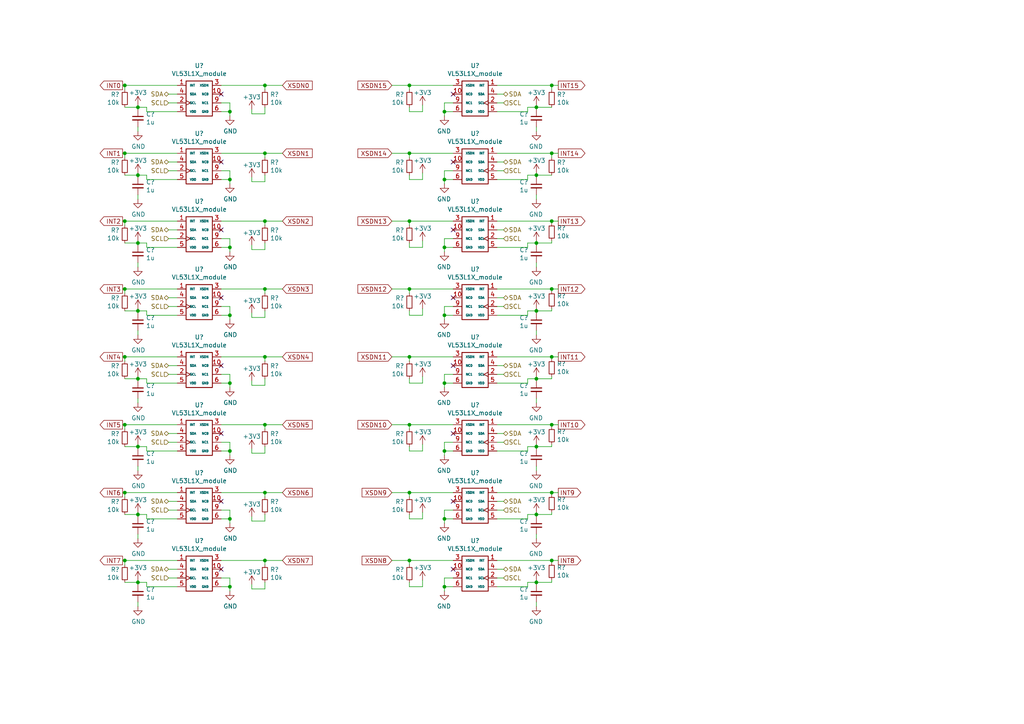
<source format=kicad_sch>
(kicad_sch (version 20230121) (generator eeschema)
  (paper "A4")
  (junction (at 36.195 44.45))
  (junction (at 118.745 162.56))
  (junction (at 40.005 168.91))
  (junction (at 66.675 91.44))
  (junction (at 40.005 31.115))
  (junction (at 66.675 130.81))
  (junction (at 118.745 24.765))
  (junction (at 66.675 111.125))
  (junction (at 36.195 162.56))
  (junction (at 160.02 123.19))
  (junction (at 128.905 32.385))
  (junction (at 40.005 90.17))
  (junction (at 66.675 32.385))
  (junction (at 160.02 64.135))
  (junction (at 76.835 142.875))
  (junction (at 128.905 71.755))
  (junction (at 36.195 123.19))
  (junction (at 155.575 70.485))
  (junction (at 128.905 170.18))
  (junction (at 128.905 150.495))
  (junction (at 118.745 64.135))
  (junction (at 118.745 123.19))
  (junction (at 128.905 111.125))
  (junction (at 66.675 71.755))
  (junction (at 36.195 24.765))
  (junction (at 76.835 103.505))
  (junction (at 66.675 52.07))
  (junction (at 160.02 142.875))
  (junction (at 76.835 123.19))
  (junction (at 76.835 44.45))
  (junction (at 155.575 90.17))
  (junction (at 118.745 103.505))
  (junction (at 118.745 44.45))
  (junction (at 118.745 142.875))
  (junction (at 155.575 168.91))
  (junction (at 155.575 149.225))
  (junction (at 160.02 24.765))
  (junction (at 160.02 103.505))
  (junction (at 160.02 162.56))
  (junction (at 160.02 83.82))
  (junction (at 36.195 103.505))
  (junction (at 118.745 83.82))
  (junction (at 40.005 149.225))
  (junction (at 128.905 91.44))
  (junction (at 128.905 52.07))
  (junction (at 40.005 50.8))
  (junction (at 36.195 83.82))
  (junction (at 36.195 64.135))
  (junction (at 155.575 129.54))
  (junction (at 40.005 70.485))
  (junction (at 155.575 50.8))
  (junction (at 36.195 142.875))
  (junction (at 155.575 31.115))
  (junction (at 66.675 150.495))
  (junction (at 40.005 129.54))
  (junction (at 76.835 24.765))
  (junction (at 155.575 109.855))
  (junction (at 160.02 44.45))
  (junction (at 76.835 64.135))
  (junction (at 128.905 130.81))
  (junction (at 66.675 170.18))
  (junction (at 76.835 162.56))
  (junction (at 76.835 83.82))
  (junction (at 40.005 109.855))
  (no_connect (at 131.445 125.73))
  (no_connect (at 131.445 165.1))
  (no_connect (at 64.135 66.675))
  (no_connect (at 64.135 46.99))
  (no_connect (at 131.445 66.675))
  (no_connect (at 131.445 145.415))
  (no_connect (at 131.445 106.045))
  (no_connect (at 64.135 86.36))
  (no_connect (at 131.445 86.36))
  (no_connect (at 64.135 165.1))
  (no_connect (at 64.135 27.305))
  (no_connect (at 64.135 125.73))
  (no_connect (at 64.135 106.045))
  (no_connect (at 64.135 145.415))
  (no_connect (at 131.445 27.305))
  (no_connect (at 131.445 46.99))
  (wire (pts (xy 51.435 88.9) (xy 48.895 88.9)))
  (wire (pts (xy 66.675 29.845) (xy 66.675 32.385)))
  (wire (pts (xy 118.745 130.81) (xy 122.555 130.81)))
  (wire (pts (xy 48.895 27.305) (xy 51.435 27.305)))
  (wire (pts (xy 131.445 88.9) (xy 128.905 88.9)))
  (wire (pts (xy 155.575 168.91) (xy 155.575 169.545)))
  (wire (pts (xy 118.745 90.17) (xy 118.745 91.44)))
  (wire (pts (xy 64.135 64.135) (xy 76.835 64.135)))
  (wire (pts (xy 40.005 50.8) (xy 42.545 50.8)))
  (wire (pts (xy 48.895 108.585) (xy 51.435 108.585)))
  (wire (pts (xy 48.895 46.99) (xy 51.435 46.99)))
  (wire (pts (xy 64.135 147.955) (xy 66.675 147.955)))
  (wire (pts (xy 76.835 44.45) (xy 81.915 44.45)))
  (wire (pts (xy 144.145 27.305) (xy 146.05 27.305)))
  (wire (pts (xy 40.005 90.17) (xy 40.005 90.805)))
  (wire (pts (xy 144.145 147.955) (xy 146.05 147.955)))
  (wire (pts (xy 122.555 71.755) (xy 122.555 69.85)))
  (wire (pts (xy 131.445 52.07) (xy 128.905 52.07)))
  (wire (pts (xy 128.905 167.64) (xy 128.905 170.18)))
  (wire (pts (xy 40.005 149.225) (xy 42.545 149.225)))
  (wire (pts (xy 131.445 29.845) (xy 128.905 29.845)))
  (wire (pts (xy 144.145 83.82) (xy 160.02 83.82)))
  (wire (pts (xy 64.135 128.27) (xy 66.675 128.27)))
  (wire (pts (xy 35.56 44.45) (xy 36.195 44.45)))
  (wire (pts (xy 66.675 52.07) (xy 66.675 53.34)))
  (wire (pts (xy 35.56 162.56) (xy 36.195 162.56)))
  (wire (pts (xy 131.445 170.18) (xy 128.905 170.18)))
  (wire (pts (xy 40.005 129.54) (xy 40.005 130.175)))
  (wire (pts (xy 128.905 128.27) (xy 128.905 130.81)))
  (wire (pts (xy 144.145 69.215) (xy 146.05 69.215)))
  (wire (pts (xy 160.02 24.765) (xy 161.925 24.765)))
  (wire (pts (xy 131.445 91.44) (xy 128.905 91.44)))
  (wire (pts (xy 153.035 91.44) (xy 144.145 91.44)))
  (wire (pts (xy 155.575 57.785) (xy 155.575 56.515)))
  (wire (pts (xy 64.135 52.07) (xy 66.675 52.07)))
  (wire (pts (xy 36.195 65.405) (xy 36.195 64.135)))
  (wire (pts (xy 76.835 26.035) (xy 76.835 24.765)))
  (wire (pts (xy 160.02 143.51) (xy 160.02 142.875)))
  (wire (pts (xy 118.745 71.755) (xy 122.555 71.755)))
  (wire (pts (xy 76.835 123.19) (xy 81.915 123.19)))
  (wire (pts (xy 155.575 109.855) (xy 153.035 109.855)))
  (wire (pts (xy 155.575 31.115) (xy 155.575 31.75)))
  (wire (pts (xy 155.575 129.54) (xy 153.035 129.54)))
  (wire (pts (xy 73.025 92.075) (xy 76.835 92.075)))
  (wire (pts (xy 36.195 83.82) (xy 35.56 83.82)))
  (wire (pts (xy 160.02 142.875) (xy 144.145 142.875)))
  (wire (pts (xy 131.445 83.82) (xy 118.745 83.82)))
  (wire (pts (xy 128.905 170.18) (xy 128.905 171.45)))
  (wire (pts (xy 146.05 145.415) (xy 144.145 145.415)))
  (wire (pts (xy 36.195 70.485) (xy 40.005 70.485)))
  (wire (pts (xy 118.745 103.505) (xy 113.665 103.505)))
  (wire (pts (xy 42.545 168.91) (xy 42.545 170.18)))
  (wire (pts (xy 73.025 90.805) (xy 73.025 92.075)))
  (wire (pts (xy 64.135 130.81) (xy 66.675 130.81)))
  (wire (pts (xy 36.195 142.875) (xy 51.435 142.875)))
  (wire (pts (xy 36.195 45.72) (xy 36.195 44.45)))
  (wire (pts (xy 42.545 90.17) (xy 42.545 91.44)))
  (wire (pts (xy 155.575 149.225) (xy 153.035 149.225)))
  (wire (pts (xy 48.895 49.53) (xy 51.435 49.53)))
  (wire (pts (xy 128.905 32.385) (xy 128.905 33.655)))
  (wire (pts (xy 160.02 64.135) (xy 144.145 64.135)))
  (wire (pts (xy 40.005 109.855) (xy 40.005 110.49)))
  (wire (pts (xy 42.545 170.18) (xy 51.435 170.18)))
  (wire (pts (xy 40.005 50.8) (xy 40.005 51.435)))
  (wire (pts (xy 66.675 130.81) (xy 66.675 132.08)))
  (wire (pts (xy 131.445 147.955) (xy 128.905 147.955)))
  (wire (pts (xy 155.575 175.895) (xy 155.575 174.625)))
  (wire (pts (xy 51.435 167.64) (xy 48.895 167.64)))
  (wire (pts (xy 40.005 50.165) (xy 40.005 50.8)))
  (wire (pts (xy 66.675 111.125) (xy 66.675 112.395)))
  (wire (pts (xy 155.575 69.85) (xy 155.575 70.485)))
  (wire (pts (xy 40.005 77.47) (xy 40.005 76.2)))
  (wire (pts (xy 153.035 50.8) (xy 153.035 52.07)))
  (wire (pts (xy 153.035 149.225) (xy 153.035 150.495)))
  (wire (pts (xy 153.035 90.17) (xy 153.035 91.44)))
  (wire (pts (xy 64.135 71.755) (xy 66.675 71.755)))
  (wire (pts (xy 51.435 83.82) (xy 36.195 83.82)))
  (wire (pts (xy 146.05 125.73) (xy 144.145 125.73)))
  (wire (pts (xy 64.135 69.215) (xy 66.675 69.215)))
  (wire (pts (xy 131.445 123.19) (xy 118.745 123.19)))
  (wire (pts (xy 160.02 103.505) (xy 144.145 103.505)))
  (wire (pts (xy 128.905 108.585) (xy 128.905 111.125)))
  (wire (pts (xy 146.05 165.1) (xy 144.145 165.1)))
  (wire (pts (xy 155.575 149.225) (xy 155.575 149.86)))
  (wire (pts (xy 118.745 91.44) (xy 122.555 91.44)))
  (wire (pts (xy 144.145 49.53) (xy 146.05 49.53)))
  (wire (pts (xy 36.195 144.145) (xy 36.195 142.875)))
  (wire (pts (xy 40.005 168.91) (xy 40.005 169.545)))
  (wire (pts (xy 76.835 162.56) (xy 76.835 163.83)))
  (wire (pts (xy 131.445 103.505) (xy 118.745 103.505)))
  (wire (pts (xy 73.025 110.49) (xy 73.025 111.76)))
  (wire (pts (xy 153.035 109.855) (xy 153.035 111.125)))
  (wire (pts (xy 155.575 116.84) (xy 155.575 115.57)))
  (wire (pts (xy 66.675 49.53) (xy 66.675 52.07)))
  (wire (pts (xy 131.445 130.81) (xy 128.905 130.81)))
  (wire (pts (xy 155.575 90.17) (xy 160.02 90.17)))
  (wire (pts (xy 144.145 123.19) (xy 160.02 123.19)))
  (wire (pts (xy 155.575 109.22) (xy 155.575 109.855)))
  (wire (pts (xy 155.575 90.17) (xy 153.035 90.17)))
  (wire (pts (xy 118.745 129.54) (xy 118.745 130.81)))
  (wire (pts (xy 128.905 147.955) (xy 128.905 150.495)))
  (wire (pts (xy 40.005 90.17) (xy 42.545 90.17)))
  (wire (pts (xy 118.745 149.225) (xy 118.745 150.495)))
  (wire (pts (xy 36.195 103.505) (xy 51.435 103.505)))
  (wire (pts (xy 66.675 170.18) (xy 66.675 171.45)))
  (wire (pts (xy 155.575 97.155) (xy 155.575 95.885)))
  (wire (pts (xy 42.545 50.8) (xy 42.545 52.07)))
  (wire (pts (xy 42.545 52.07) (xy 51.435 52.07)))
  (wire (pts (xy 73.025 169.545) (xy 73.025 170.815)))
  (wire (pts (xy 51.435 106.045) (xy 48.895 106.045)))
  (wire (pts (xy 155.575 109.855) (xy 160.02 109.855)))
  (wire (pts (xy 73.025 111.76) (xy 76.835 111.76)))
  (wire (pts (xy 42.545 71.755) (xy 51.435 71.755)))
  (wire (pts (xy 118.745 142.875) (xy 113.665 142.875)))
  (wire (pts (xy 155.575 168.275) (xy 155.575 168.91)))
  (wire (pts (xy 128.905 88.9) (xy 128.905 91.44)))
  (wire (pts (xy 128.905 71.755) (xy 128.905 73.025)))
  (wire (pts (xy 42.545 31.115) (xy 42.545 32.385)))
  (wire (pts (xy 128.905 91.44) (xy 128.905 92.71)))
  (wire (pts (xy 40.005 129.54) (xy 42.545 129.54)))
  (wire (pts (xy 155.575 50.8) (xy 155.575 51.435)))
  (wire (pts (xy 131.445 49.53) (xy 128.905 49.53)))
  (wire (pts (xy 35.56 123.19) (xy 36.195 123.19)))
  (wire (pts (xy 73.025 170.815) (xy 76.835 170.815)))
  (wire (pts (xy 161.925 103.505) (xy 160.02 103.505)))
  (wire (pts (xy 144.145 167.64) (xy 146.05 167.64)))
  (wire (pts (xy 128.905 130.81) (xy 128.905 132.08)))
  (wire (pts (xy 73.025 130.175) (xy 73.025 131.445)))
  (wire (pts (xy 73.025 51.435) (xy 73.025 52.705)))
  (wire (pts (xy 118.745 83.82) (xy 118.745 85.09)))
  (wire (pts (xy 113.665 24.765) (xy 118.745 24.765)))
  (wire (pts (xy 160.02 123.19) (xy 161.925 123.19)))
  (wire (pts (xy 160.02 109.855) (xy 160.02 109.22)))
  (wire (pts (xy 144.145 128.27) (xy 146.05 128.27)))
  (wire (pts (xy 40.005 38.1) (xy 40.005 36.83)))
  (wire (pts (xy 36.195 168.91) (xy 40.005 168.91)))
  (wire (pts (xy 155.575 50.8) (xy 153.035 50.8)))
  (wire (pts (xy 155.575 109.855) (xy 155.575 110.49)))
  (wire (pts (xy 76.835 151.13) (xy 76.835 149.225)))
  (wire (pts (xy 144.145 24.765) (xy 160.02 24.765)))
  (wire (pts (xy 36.195 162.56) (xy 51.435 162.56)))
  (wire (pts (xy 122.555 111.125) (xy 122.555 109.22)))
  (wire (pts (xy 64.135 24.765) (xy 76.835 24.765)))
  (wire (pts (xy 76.835 142.875) (xy 76.835 144.145)))
  (wire (pts (xy 73.025 131.445) (xy 76.835 131.445)))
  (wire (pts (xy 118.745 83.82) (xy 113.665 83.82)))
  (wire (pts (xy 118.745 162.56) (xy 118.745 163.83)))
  (wire (pts (xy 40.005 116.84) (xy 40.005 115.57)))
  (wire (pts (xy 40.005 148.59) (xy 40.005 149.225)))
  (wire (pts (xy 42.545 129.54) (xy 42.545 130.81)))
  (wire (pts (xy 153.035 150.495) (xy 144.145 150.495)))
  (wire (pts (xy 128.905 69.215) (xy 128.905 71.755)))
  (wire (pts (xy 76.835 170.815) (xy 76.835 168.91)))
  (wire (pts (xy 48.895 128.27) (xy 51.435 128.27)))
  (wire (pts (xy 155.575 50.165) (xy 155.575 50.8)))
  (wire (pts (xy 42.545 149.225) (xy 42.545 150.495)))
  (wire (pts (xy 155.575 168.91) (xy 153.035 168.91)))
  (wire (pts (xy 40.005 168.275) (xy 40.005 168.91)))
  (wire (pts (xy 155.575 90.17) (xy 155.575 90.805)))
  (wire (pts (xy 118.745 32.385) (xy 122.555 32.385)))
  (wire (pts (xy 153.035 71.755) (xy 144.145 71.755)))
  (wire (pts (xy 131.445 44.45) (xy 118.745 44.45)))
  (wire (pts (xy 146.05 86.36) (xy 144.145 86.36)))
  (wire (pts (xy 155.575 168.91) (xy 160.02 168.91)))
  (wire (pts (xy 155.575 38.1) (xy 155.575 36.83)))
  (wire (pts (xy 76.835 111.76) (xy 76.835 109.855)))
  (wire (pts (xy 40.005 168.91) (xy 42.545 168.91)))
  (wire (pts (xy 66.675 150.495) (xy 66.675 151.765)))
  (wire (pts (xy 146.05 46.99) (xy 144.145 46.99)))
  (wire (pts (xy 40.005 97.155) (xy 40.005 95.885)))
  (wire (pts (xy 160.02 163.195) (xy 160.02 162.56)))
  (wire (pts (xy 131.445 69.215) (xy 128.905 69.215)))
  (wire (pts (xy 76.835 33.02) (xy 76.835 31.115)))
  (wire (pts (xy 128.905 111.125) (xy 128.905 112.395)))
  (wire (pts (xy 118.745 64.135) (xy 131.445 64.135)))
  (wire (pts (xy 128.905 49.53) (xy 128.905 52.07)))
  (wire (pts (xy 40.005 31.115) (xy 40.005 31.75)))
  (wire (pts (xy 36.195 123.19) (xy 51.435 123.19)))
  (wire (pts (xy 40.005 149.225) (xy 40.005 149.86)))
  (wire (pts (xy 51.435 147.955) (xy 48.895 147.955)))
  (wire (pts (xy 155.575 89.535) (xy 155.575 90.17)))
  (wire (pts (xy 155.575 129.54) (xy 155.575 130.175)))
  (wire (pts (xy 73.025 52.705) (xy 76.835 52.705)))
  (wire (pts (xy 153.035 168.91) (xy 153.035 170.18)))
  (wire (pts (xy 118.745 52.07) (xy 122.555 52.07)))
  (wire (pts (xy 122.555 150.495) (xy 122.555 148.59)))
  (wire (pts (xy 36.195 85.09) (xy 36.195 83.82)))
  (wire (pts (xy 42.545 111.125) (xy 51.435 111.125)))
  (wire (pts (xy 155.575 156.21) (xy 155.575 154.94)))
  (wire (pts (xy 66.675 88.9) (xy 66.675 91.44)))
  (wire (pts (xy 36.195 109.855) (xy 40.005 109.855)))
  (wire (pts (xy 66.675 128.27) (xy 66.675 130.81)))
  (wire (pts (xy 35.56 142.875) (xy 36.195 142.875)))
  (wire (pts (xy 73.025 31.75) (xy 73.025 33.02)))
  (wire (pts (xy 36.195 24.765) (xy 51.435 24.765)))
  (wire (pts (xy 118.745 44.45) (xy 113.665 44.45)))
  (wire (pts (xy 153.035 32.385) (xy 144.145 32.385)))
  (wire (pts (xy 36.195 129.54) (xy 40.005 129.54)))
  (wire (pts (xy 153.035 52.07) (xy 144.145 52.07)))
  (wire (pts (xy 155.575 70.485) (xy 153.035 70.485)))
  (wire (pts (xy 40.005 70.485) (xy 42.545 70.485)))
  (wire (pts (xy 146.05 29.845) (xy 144.145 29.845)))
  (wire (pts (xy 131.445 142.875) (xy 118.745 142.875)))
  (wire (pts (xy 153.035 129.54) (xy 153.035 130.81)))
  (wire (pts (xy 160.02 123.825) (xy 160.02 123.19)))
  (wire (pts (xy 36.195 64.135) (xy 51.435 64.135)))
  (wire (pts (xy 76.835 64.135) (xy 81.915 64.135)))
  (wire (pts (xy 36.195 90.17) (xy 40.005 90.17)))
  (wire (pts (xy 66.675 108.585) (xy 66.675 111.125)))
  (wire (pts (xy 160.02 26.035) (xy 160.02 24.765)))
  (wire (pts (xy 64.135 170.18) (xy 66.675 170.18)))
  (wire (pts (xy 42.545 130.81) (xy 51.435 130.81)))
  (wire (pts (xy 76.835 64.135) (xy 76.835 65.405)))
  (wire (pts (xy 51.435 29.845) (xy 48.895 29.845)))
  (wire (pts (xy 118.745 64.135) (xy 113.665 64.135)))
  (wire (pts (xy 36.195 124.46) (xy 36.195 123.19)))
  (wire (pts (xy 122.555 170.18) (xy 122.555 168.275)))
  (wire (pts (xy 118.745 170.18) (xy 122.555 170.18)))
  (wire (pts (xy 118.745 162.56) (xy 113.665 162.56)))
  (wire (pts (xy 131.445 162.56) (xy 118.745 162.56)))
  (wire (pts (xy 160.02 70.485) (xy 160.02 69.85)))
  (wire (pts (xy 66.675 147.955) (xy 66.675 150.495)))
  (wire (pts (xy 155.575 30.48) (xy 155.575 31.115)))
  (wire (pts (xy 64.135 44.45) (xy 76.835 44.45)))
  (wire (pts (xy 64.135 142.875) (xy 76.835 142.875)))
  (wire (pts (xy 160.02 129.54) (xy 160.02 128.905)))
  (wire (pts (xy 76.835 72.39) (xy 76.835 70.485)))
  (wire (pts (xy 153.035 130.81) (xy 144.145 130.81)))
  (wire (pts (xy 155.575 148.59) (xy 155.575 149.225)))
  (wire (pts (xy 40.005 30.48) (xy 40.005 31.115)))
  (wire (pts (xy 155.575 129.54) (xy 160.02 129.54)))
  (wire (pts (xy 35.56 24.765) (xy 36.195 24.765)))
  (wire (pts (xy 42.545 70.485) (xy 42.545 71.755)))
  (wire (pts (xy 40.005 109.22) (xy 40.005 109.855)))
  (wire (pts (xy 40.005 128.905) (xy 40.005 129.54)))
  (wire (pts (xy 160.02 104.14) (xy 160.02 103.505)))
  (wire (pts (xy 118.745 111.125) (xy 122.555 111.125)))
  (wire (pts (xy 153.035 31.115) (xy 153.035 32.385)))
  (wire (pts (xy 36.195 31.115) (xy 40.005 31.115)))
  (wire (pts (xy 66.675 167.64) (xy 66.675 170.18)))
  (wire (pts (xy 64.135 49.53) (xy 66.675 49.53)))
  (wire (pts (xy 160.02 44.45) (xy 161.925 44.45)))
  (wire (pts (xy 153.035 111.125) (xy 144.145 111.125)))
  (wire (pts (xy 48.895 145.415) (xy 51.435 145.415)))
  (wire (pts (xy 153.035 170.18) (xy 144.145 170.18)))
  (wire (pts (xy 155.575 70.485) (xy 160.02 70.485)))
  (wire (pts (xy 40.005 31.115) (xy 42.545 31.115)))
  (wire (pts (xy 146.05 88.9) (xy 144.145 88.9)))
  (wire (pts (xy 48.895 165.1) (xy 51.435 165.1)))
  (wire (pts (xy 131.445 32.385) (xy 128.905 32.385)))
  (wire (pts (xy 118.745 150.495) (xy 122.555 150.495)))
  (wire (pts (xy 40.005 156.21) (xy 40.005 154.94)))
  (wire (pts (xy 64.135 29.845) (xy 66.675 29.845)))
  (wire (pts (xy 66.675 69.215) (xy 66.675 71.755)))
  (wire (pts (xy 122.555 91.44) (xy 122.555 89.535)))
  (wire (pts (xy 35.56 64.135) (xy 36.195 64.135)))
  (wire (pts (xy 40.005 69.85) (xy 40.005 70.485)))
  (wire (pts (xy 128.905 52.07) (xy 128.905 53.34)))
  (wire (pts (xy 51.435 69.215) (xy 48.895 69.215)))
  (wire (pts (xy 40.005 89.535) (xy 40.005 90.17)))
  (wire (pts (xy 73.025 72.39) (xy 76.835 72.39)))
  (wire (pts (xy 48.895 66.675) (xy 51.435 66.675)))
  (wire (pts (xy 144.145 44.45) (xy 160.02 44.45)))
  (wire (pts (xy 131.445 71.755) (xy 128.905 71.755)))
  (wire (pts (xy 76.835 52.705) (xy 76.835 50.8)))
  (wire (pts (xy 36.195 104.775) (xy 36.195 103.505)))
  (wire (pts (xy 155.575 70.485) (xy 155.575 71.12)))
  (wire (pts (xy 64.135 88.9) (xy 66.675 88.9)))
  (wire (pts (xy 122.555 130.81) (xy 122.555 128.905)))
  (wire (pts (xy 160.02 162.56) (xy 161.925 162.56)))
  (wire (pts (xy 131.445 108.585) (xy 128.905 108.585)))
  (wire (pts (xy 40.005 70.485) (xy 40.005 71.12)))
  (wire (pts (xy 64.135 83.82) (xy 76.835 83.82)))
  (wire (pts (xy 40.005 57.785) (xy 40.005 56.515)))
  (wire (pts (xy 36.195 44.45) (xy 51.435 44.45)))
  (wire (pts (xy 128.905 29.845) (xy 128.905 32.385)))
  (wire (pts (xy 122.555 32.385) (xy 122.555 30.48)))
  (wire (pts (xy 160.02 84.455) (xy 160.02 83.82)))
  (wire (pts (xy 66.675 71.755) (xy 66.675 73.025)))
  (wire (pts (xy 131.445 150.495) (xy 128.905 150.495)))
  (wire (pts (xy 128.905 150.495) (xy 128.905 151.765)))
  (wire (pts (xy 118.745 70.485) (xy 118.745 71.755)))
  (wire (pts (xy 51.435 125.73) (xy 48.895 125.73)))
  (wire (pts (xy 131.445 24.765) (xy 118.745 24.765)))
  (wire (pts (xy 76.835 162.56) (xy 81.915 162.56)))
  (wire (pts (xy 155.575 128.905) (xy 155.575 129.54)))
  (wire (pts (xy 118.745 168.91) (xy 118.745 170.18)))
  (wire (pts (xy 64.135 150.495) (xy 66.675 150.495)))
  (wire (pts (xy 155.575 77.47) (xy 155.575 76.2)))
  (wire (pts (xy 118.745 103.505) (xy 118.745 104.775)))
  (wire (pts (xy 36.195 50.8) (xy 40.005 50.8)))
  (wire (pts (xy 73.025 33.02) (xy 76.835 33.02)))
  (wire (pts (xy 76.835 92.075) (xy 76.835 90.17)))
  (wire (pts (xy 64.135 108.585) (xy 66.675 108.585)))
  (wire (pts (xy 48.895 86.36) (xy 51.435 86.36)))
  (wire (pts (xy 76.835 83.82) (xy 81.915 83.82)))
  (wire (pts (xy 76.835 142.875) (xy 81.915 142.875)))
  (wire (pts (xy 66.675 32.385) (xy 66.675 33.655)))
  (wire (pts (xy 76.835 103.505) (xy 76.835 104.775)))
  (wire (pts (xy 118.745 65.405) (xy 118.745 64.135)))
  (wire (pts (xy 64.135 103.505) (xy 76.835 103.505)))
  (wire (pts (xy 144.145 162.56) (xy 160.02 162.56)))
  (wire (pts (xy 64.135 123.19) (xy 76.835 123.19)))
  (wire (pts (xy 160.02 45.72) (xy 160.02 44.45)))
  (wire (pts (xy 76.835 103.505) (xy 81.915 103.505)))
  (wire (pts (xy 122.555 52.07) (xy 122.555 50.165)))
  (wire (pts (xy 131.445 111.125) (xy 128.905 111.125)))
  (wire (pts (xy 76.835 123.19) (xy 76.835 124.46)))
  (wire (pts (xy 118.745 123.19) (xy 118.745 124.46)))
  (wire (pts (xy 64.135 167.64) (xy 66.675 167.64)))
  (wire (pts (xy 40.005 109.855) (xy 42.545 109.855)))
  (wire (pts (xy 161.925 64.135) (xy 160.02 64.135)))
  (wire (pts (xy 64.135 91.44) (xy 66.675 91.44)))
  (wire (pts (xy 42.545 32.385) (xy 51.435 32.385)))
  (wire (pts (xy 64.135 32.385) (xy 66.675 32.385)))
  (wire (pts (xy 160.02 83.82) (xy 161.925 83.82)))
  (wire (pts (xy 131.445 128.27) (xy 128.905 128.27)))
  (wire (pts (xy 118.745 44.45) (xy 118.745 45.72)))
  (wire (pts (xy 118.745 123.19) (xy 113.665 123.19)))
  (wire (pts (xy 160.02 64.77) (xy 160.02 64.135)))
  (wire (pts (xy 73.025 151.13) (xy 76.835 151.13)))
  (wire (pts (xy 160.02 31.115) (xy 155.575 31.115)))
  (wire (pts (xy 66.675 91.44) (xy 66.675 92.71)))
  (wire (pts (xy 36.195 26.035) (xy 36.195 24.765)))
  (wire (pts (xy 35.56 103.505) (xy 36.195 103.505)))
  (wire (pts (xy 160.02 168.91) (xy 160.02 168.275)))
  (wire (pts (xy 153.035 70.485) (xy 153.035 71.755)))
  (wire (pts (xy 161.925 142.875) (xy 160.02 142.875)))
  (wire (pts (xy 155.575 149.225) (xy 160.02 149.225)))
  (wire (pts (xy 146.05 66.675) (xy 144.145 66.675)))
  (wire (pts (xy 160.02 50.8) (xy 155.575 50.8)))
  (wire (pts (xy 160.02 90.17) (xy 160.02 89.535)))
  (wire (pts (xy 131.445 167.64) (xy 128.905 167.64)))
  (wire (pts (xy 146.05 106.045) (xy 144.145 106.045)))
  (wire (pts (xy 118.745 50.8) (xy 118.745 52.07)))
  (wire (pts (xy 118.745 31.115) (xy 118.745 32.385)))
  (wire (pts (xy 73.025 71.12) (xy 73.025 72.39)))
  (wire (pts (xy 36.195 163.83) (xy 36.195 162.56)))
  (wire (pts (xy 36.195 149.225) (xy 40.005 149.225)))
  (wire (pts (xy 73.025 149.86) (xy 73.025 151.13)))
  (wire (pts (xy 40.005 136.525) (xy 40.005 135.255)))
  (wire (pts (xy 76.835 131.445) (xy 76.835 129.54)))
  (wire (pts (xy 76.835 24.765) (xy 81.915 24.765)))
  (wire (pts (xy 64.135 111.125) (xy 66.675 111.125)))
  (wire (pts (xy 144.145 108.585) (xy 146.05 108.585)))
  (wire (pts (xy 64.135 162.56) (xy 76.835 162.56)))
  (wire (pts (xy 118.745 142.875) (xy 118.745 144.145)))
  (wire (pts (xy 118.745 24.765) (xy 118.745 26.035)))
  (wire (pts (xy 42.545 150.495) (xy 51.435 150.495)))
  (wire (pts (xy 42.545 91.44) (xy 51.435 91.44)))
  (wire (pts (xy 42.545 109.855) (xy 42.545 111.125)))
  (wire (pts (xy 155.575 136.525) (xy 155.575 135.255)))
  (wire (pts (xy 160.02 149.225) (xy 160.02 148.59)))
  (wire (pts (xy 155.575 31.115) (xy 153.035 31.115)))
  (wire (pts (xy 118.745 109.855) (xy 118.745 111.125)))
  (wire (pts (xy 76.835 83.82) (xy 76.835 85.09)))
  (wire (pts (xy 40.005 175.895) (xy 40.005 174.625)))
  (wire (pts (xy 76.835 45.72) (xy 76.835 44.45)))
  (global_label "INT14" (shape output) (at 161.925 44.45 0) (property "Intersheetrefs" "${INTERSHEET_REFS}" (effects hide)))
  (global_label "XSDN5" (shape input) (at 81.915 123.19 0) (property "Intersheetrefs" "${INTERSHEET_REFS}" (effects hide)))
  (global_label "XSDN0" (shape input) (at 81.915 24.765 0) (property "Intersheetrefs" "${INTERSHEET_REFS}" (effects hide)))
  (global_label "INT7" (shape output) (at 35.56 162.56 180) (property "Intersheetrefs" "${INTERSHEET_REFS}" (effects hide)))
  (global_label "XSDN11" (shape input) (at 113.665 103.505 180) (property "Intersheetrefs" "${INTERSHEET_REFS}" (effects hide)))
  (global_label "XSDN14" (shape input) (at 113.665 44.45 180) (property "Intersheetrefs" "${INTERSHEET_REFS}" (effects hide)))
  (global_label "INT8" (shape output) (at 161.925 162.56 0) (property "Intersheetrefs" "${INTERSHEET_REFS}" (effects hide)))
  (global_label "XSDN10" (shape input) (at 113.665 123.19 180) (property "Intersheetrefs" "${INTERSHEET_REFS}" (effects hide)))
  (global_label "XSDN7" (shape input) (at 81.915 162.56 0) (property "Intersheetrefs" "${INTERSHEET_REFS}" (effects hide)))
  (global_label "INT11" (shape output) (at 161.925 103.505 0) (property "Intersheetrefs" "${INTERSHEET_REFS}" (effects hide)))
  (global_label "INT5" (shape output) (at 35.56 123.19 180) (property "Intersheetrefs" "${INTERSHEET_REFS}" (effects hide)))
  (global_label "XSDN15" (shape input) (at 113.665 24.765 180) (property "Intersheetrefs" "${INTERSHEET_REFS}" (effects hide)))
  (global_label "INT13" (shape output) (at 161.925 64.135 0) (property "Intersheetrefs" "${INTERSHEET_REFS}" (effects hide)))
  (global_label "INT4" (shape output) (at 35.56 103.505 180) (property "Intersheetrefs" "${INTERSHEET_REFS}" (effects hide)))
  (global_label "XSDN13" (shape input) (at 113.665 64.135 180) (property "Intersheetrefs" "${INTERSHEET_REFS}" (effects hide)))
  (global_label "INT3" (shape output) (at 35.56 83.82 180) (property "Intersheetrefs" "${INTERSHEET_REFS}" (effects hide)))
  (global_label "XSDN6" (shape input) (at 81.915 142.875 0) (property "Intersheetrefs" "${INTERSHEET_REFS}" (effects hide)))
  (global_label "INT15" (shape output) (at 161.925 24.765 0) (property "Intersheetrefs" "${INTERSHEET_REFS}" (effects hide)))
  (global_label "INT0" (shape output) (at 35.56 24.765 180) (property "Intersheetrefs" "${INTERSHEET_REFS}" (effects hide)))
  (global_label "XSDN2" (shape input) (at 81.915 64.135 0) (property "Intersheetrefs" "${INTERSHEET_REFS}" (effects hide)))
  (global_label "XSDN9" (shape input) (at 113.665 142.875 180) (property "Intersheetrefs" "${INTERSHEET_REFS}" (effects hide)))
  (global_label "XSDN1" (shape input) (at 81.915 44.45 0) (property "Intersheetrefs" "${INTERSHEET_REFS}" (effects hide)))
  (global_label "INT1" (shape output) (at 35.56 44.45 180) (property "Intersheetrefs" "${INTERSHEET_REFS}" (effects hide)))
  (global_label "XSDN12" (shape input) (at 113.665 83.82 180) (property "Intersheetrefs" "${INTERSHEET_REFS}" (effects hide)))
  (global_label "INT10" (shape output) (at 161.925 123.19 0) (property "Intersheetrefs" "${INTERSHEET_REFS}" (effects hide)))
  (global_label "INT12" (shape output) (at 161.925 83.82 0) (property "Intersheetrefs" "${INTERSHEET_REFS}" (effects hide)))
  (global_label "XSDN4" (shape input) (at 81.915 103.505 0) (property "Intersheetrefs" "${INTERSHEET_REFS}" (effects hide)))
  (global_label "XSDN3" (shape input) (at 81.915 83.82 0) (property "Intersheetrefs" "${INTERSHEET_REFS}" (effects hide)))
  (global_label "INT9" (shape output) (at 161.925 142.875 0) (property "Intersheetrefs" "${INTERSHEET_REFS}" (effects hide)))
  (global_label "XSDN8" (shape input) (at 113.665 162.56 180) (property "Intersheetrefs" "${INTERSHEET_REFS}" (effects hide)))
  (global_label "INT2" (shape output) (at 35.56 64.135 180) (property "Intersheetrefs" "${INTERSHEET_REFS}" (effects hide)))
  (global_label "INT6" (shape output) (at 35.56 142.875 180) (property "Intersheetrefs" "${INTERSHEET_REFS}" (effects hide)))
  (hierarchical_label "SDA" (shape bidirectional) (at 146.05 86.36 0))
  (hierarchical_label "SDA" (shape bidirectional) (at 146.05 27.305 0))
  (hierarchical_label "SDA" (shape bidirectional) (at 48.895 125.73 180))
  (hierarchical_label "SDA" (shape bidirectional) (at 146.05 165.1 0))
  (hierarchical_label "SDA" (shape bidirectional) (at 146.05 46.99 0))
  (hierarchical_label "SCL" (shape input) (at 146.05 49.53 0))
  (hierarchical_label "SCL" (shape input) (at 146.05 29.845 0))
  (hierarchical_label "SCL" (shape input) (at 48.895 29.845 180))
  (hierarchical_label "SCL" (shape input) (at 48.895 49.53 180))
  (hierarchical_label "SCL" (shape input) (at 48.895 108.585 180))
  (hierarchical_label "SDA" (shape bidirectional) (at 146.05 106.045 0))
  (hierarchical_label "SDA" (shape bidirectional) (at 146.05 125.73 0))
  (hierarchical_label "SCL" (shape input) (at 48.895 88.9 180))
  (hierarchical_label "SCL" (shape input) (at 146.05 69.215 0))
  (hierarchical_label "SDA" (shape bidirectional) (at 48.895 86.36 180))
  (hierarchical_label "SDA" (shape bidirectional) (at 48.895 27.305 180))
  (hierarchical_label "SDA" (shape bidirectional) (at 146.05 145.415 0))
  (hierarchical_label "SDA" (shape bidirectional) (at 146.05 66.675 0))
  (hierarchical_label "SCL" (shape input) (at 48.895 128.27 180))
  (hierarchical_label "SCL" (shape input) (at 48.895 147.955 180))
  (hierarchical_label "SCL" (shape input) (at 146.05 147.955 0))
  (hierarchical_label "SCL" (shape input) (at 48.895 69.215 180))
  (hierarchical_label "SDA" (shape bidirectional) (at 48.895 106.045 180))
  (hierarchical_label "SCL" (shape input) (at 48.895 167.64 180))
  (hierarchical_label "SDA" (shape bidirectional) (at 48.895 145.415 180))
  (hierarchical_label "SCL" (shape input) (at 146.05 88.9 0))
  (hierarchical_label "SDA" (shape bidirectional) (at 48.895 46.99 180))
  (hierarchical_label "SDA" (shape bidirectional) (at 48.895 165.1 180))
  (hierarchical_label "SCL" (shape input) (at 146.05 108.585 0))
  (hierarchical_label "SCL" (shape input) (at 146.05 167.64 0))
  (hierarchical_label "SCL" (shape input) (at 146.05 128.27 0))
  (hierarchical_label "SDA" (shape bidirectional) (at 48.895 66.675 180))
  (symbol (lib_id "power:GND") (at 40.005 97.155 0) (unit 1)
    (property "Reference" "#PWR?" (effects hide))
    (property "Value" "GND" (at 40.132 101.5492 0))
  )
  (symbol (lib_id "Device:C_Small") (at 155.575 152.4 0) (mirror y) (unit 1)
    (property "Reference" "C?" (at 153.2382 151.2316 0) (effects (justify left)))
    (property "Value" "1u" (at 153.2382 153.543 0) (effects (justify left)))
    (property "Footprint" "Capacitor_SMD:C_0805_2012Metric_Pad1.18x1.45mm_HandSolder" (effects hide))
  )
  (symbol (lib_id "Device:R_Small") (at 160.02 126.365 0) (unit 1)
    (property "Reference" "R?" (at 161.5186 125.1966 0) (effects (justify left)))
    (property "Value" "10k" (at 161.5186 127.508 0) (effects (justify left)))
    (property "Footprint" "Resistor_SMD:R_0805_2012Metric_Pad1.20x1.40mm_HandSolder" (effects hide))
  )
  (symbol (lib_id "Device:R_Small") (at 118.745 48.26 0) (mirror y) (unit 1)
    (property "Reference" "R?" (at 117.2464 47.0916 0) (effects (justify left)))
    (property "Value" "10k" (at 117.2464 49.403 0) (effects (justify left)))
    (property "Footprint" "Resistor_SMD:R_0805_2012Metric_Pad1.20x1.40mm_HandSolder" (effects hide))
  )
  (symbol (lib_id "Device:R_Small") (at 160.02 86.995 0) (unit 1)
    (property "Reference" "R?" (at 161.5186 85.8266 0) (effects (justify left)))
    (property "Value" "10k" (at 161.5186 88.138 0) (effects (justify left)))
    (property "Footprint" "Resistor_SMD:R_0805_2012Metric_Pad1.20x1.40mm_HandSolder" (effects hide))
  )
  (symbol (lib_id "power:+3.3V") (at 73.025 51.435 0) (unit 1)
    (property "Reference" "#PWR?" (effects hide))
    (property "Value" "+3.3V" (at 73.025 47.8305 0))
  )
  (symbol (lib_id "Device:R_Small") (at 118.745 107.315 0) (mirror y) (unit 1)
    (property "Reference" "R?" (at 117.2464 106.1466 0) (effects (justify left)))
    (property "Value" "10k" (at 117.2464 108.458 0) (effects (justify left)))
    (property "Footprint" "Resistor_SMD:R_0805_2012Metric_Pad1.20x1.40mm_HandSolder" (effects hide))
  )
  (symbol (lib_id "power:+3.3V") (at 155.575 128.905 0) (unit 1)
    (property "Reference" "#PWR?" (effects hide))
    (property "Value" "+3.3V" (at 155.575 125.3005 0))
  )
  (symbol (lib_id "power:GND") (at 128.905 33.655 0) (mirror y) (unit 1)
    (property "Reference" "#PWR?" (effects hide))
    (property "Value" "GND" (at 128.778 38.0492 0))
  )
  (symbol (lib_id "power:GND") (at 128.905 92.71 0) (mirror y) (unit 1)
    (property "Reference" "#PWR?" (effects hide))
    (property "Value" "GND" (at 128.778 97.1042 0))
  )
  (symbol (lib_id "power:+3.3V") (at 122.555 69.85 0) (unit 1)
    (property "Reference" "#PWR?" (effects hide))
    (property "Value" "+3.3V" (at 122.555 66.2455 0))
  )
  (symbol (lib_id "Device:C_Small") (at 40.005 34.29 0) (unit 1)
    (property "Reference" "C?" (at 42.3418 33.1216 0) (effects (justify left)))
    (property "Value" "1u" (at 42.3418 35.433 0) (effects (justify left)))
    (property "Footprint" "Capacitor_SMD:C_0805_2012Metric_Pad1.18x1.45mm_HandSolder" (effects hide))
  )
  (symbol (lib_id "power:GND") (at 40.005 175.895 0) (unit 1)
    (property "Reference" "#PWR?" (effects hide))
    (property "Value" "GND" (at 40.132 180.2892 0))
  )
  (symbol (lib_id "power:GND") (at 40.005 77.47 0) (unit 1)
    (property "Reference" "#PWR?" (effects hide))
    (property "Value" "GND" (at 40.132 81.8642 0))
  )
  (symbol (lib_id "Device:R_Small") (at 36.195 146.685 0) (mirror y) (unit 1)
    (property "Reference" "R?" (at 34.6964 145.5166 0) (effects (justify left)))
    (property "Value" "10k" (at 34.6964 147.828 0) (effects (justify left)))
    (property "Footprint" "Resistor_SMD:R_0805_2012Metric_Pad1.20x1.40mm_HandSolder" (effects hide))
  )
  (symbol (lib_id "power:+3.3V") (at 40.005 128.905 0) (unit 1)
    (property "Reference" "#PWR?" (effects hide))
    (property "Value" "+3.3V" (at 40.005 125.3005 0))
  )
  (symbol (lib_id "power:GND") (at 128.905 171.45 0) (mirror y) (unit 1)
    (property "Reference" "#PWR?" (effects hide))
    (property "Value" "GND" (at 128.778 175.8442 0))
  )
  (symbol (lib_id "Deimos:VL53L1X_module") (at 137.795 67.945 0) (mirror y) (unit 1)
    (property "Reference" "U?" (at 137.795 58.42 0))
    (property "Value" "VL53L1X_module" (at 137.795 60.7314 0))
    (property "Footprint" "Connector_PinHeader_2.54mm:PinHeader_2x05_P2.54mm_Vertical" (effects hide))
  )
  (symbol (lib_id "power:+3.3V") (at 73.025 169.545 0) (unit 1)
    (property "Reference" "#PWR?" (effects hide))
    (property "Value" "+3.3V" (at 73.025 165.9405 0))
  )
  (symbol (lib_id "Device:R_Small") (at 76.835 146.685 0) (unit 1)
    (property "Reference" "R?" (at 78.3336 145.5166 0) (effects (justify left)))
    (property "Value" "10k" (at 78.3336 147.828 0) (effects (justify left)))
    (property "Footprint" "Resistor_SMD:R_0805_2012Metric_Pad1.20x1.40mm_HandSolder" (effects hide))
  )
  (symbol (lib_id "power:GND") (at 40.005 116.84 0) (unit 1)
    (property "Reference" "#PWR?" (effects hide))
    (property "Value" "GND" (at 40.132 121.2342 0))
  )
  (symbol (lib_id "power:+3.3V") (at 155.575 148.59 0) (unit 1)
    (property "Reference" "#PWR?" (effects hide))
    (property "Value" "+3.3V" (at 155.575 144.9855 0))
  )
  (symbol (lib_id "Device:C_Small") (at 155.575 93.345 0) (mirror y) (unit 1)
    (property "Reference" "C?" (at 153.2382 92.1766 0) (effects (justify left)))
    (property "Value" "1u" (at 153.2382 94.488 0) (effects (justify left)))
    (property "Footprint" "Capacitor_SMD:C_0805_2012Metric_Pad1.18x1.45mm_HandSolder" (effects hide))
  )
  (symbol (lib_id "Deimos:VL53L1X_module") (at 137.795 107.315 0) (mirror y) (unit 1)
    (property "Reference" "U?" (at 137.795 97.79 0))
    (property "Value" "VL53L1X_module" (at 137.795 100.1014 0))
    (property "Footprint" "Connector_PinHeader_2.54mm:PinHeader_2x05_P2.54mm_Vertical" (effects hide))
  )
  (symbol (lib_id "power:+3.3V") (at 122.555 50.165 0) (unit 1)
    (property "Reference" "#PWR?" (effects hide))
    (property "Value" "+3.3V" (at 122.555 46.5605 0))
  )
  (symbol (lib_id "power:+3.3V") (at 73.025 110.49 0) (unit 1)
    (property "Reference" "#PWR?" (effects hide))
    (property "Value" "+3.3V" (at 73.025 106.8855 0))
  )
  (symbol (lib_id "power:+3.3V") (at 155.575 168.275 0) (unit 1)
    (property "Reference" "#PWR?" (effects hide))
    (property "Value" "+3.3V" (at 155.575 164.6705 0))
  )
  (symbol (lib_id "Device:C_Small") (at 40.005 132.715 0) (unit 1)
    (property "Reference" "C?" (at 42.3418 131.5466 0) (effects (justify left)))
    (property "Value" "1u" (at 42.3418 133.858 0) (effects (justify left)))
    (property "Footprint" "Capacitor_SMD:C_0805_2012Metric_Pad1.18x1.45mm_HandSolder" (effects hide))
  )
  (symbol (lib_id "Device:R_Small") (at 76.835 87.63 0) (unit 1)
    (property "Reference" "R?" (at 78.3336 86.4616 0) (effects (justify left)))
    (property "Value" "10k" (at 78.3336 88.773 0) (effects (justify left)))
    (property "Footprint" "Resistor_SMD:R_0805_2012Metric_Pad1.20x1.40mm_HandSolder" (effects hide))
  )
  (symbol (lib_id "Device:R_Small") (at 76.835 48.26 0) (unit 1)
    (property "Reference" "R?" (at 78.3336 47.0916 0) (effects (justify left)))
    (property "Value" "10k" (at 78.3336 49.403 0) (effects (justify left)))
    (property "Footprint" "Resistor_SMD:R_0805_2012Metric_Pad1.20x1.40mm_HandSolder" (effects hide))
  )
  (symbol (lib_id "Device:C_Small") (at 155.575 34.29 0) (mirror y) (unit 1)
    (property "Reference" "C?" (at 153.2382 33.1216 0) (effects (justify left)))
    (property "Value" "1u" (at 153.2382 35.433 0) (effects (justify left)))
    (property "Footprint" "Capacitor_SMD:C_0805_2012Metric_Pad1.18x1.45mm_HandSolder" (effects hide))
  )
  (symbol (lib_id "power:GND") (at 40.005 38.1 0) (unit 1)
    (property "Reference" "#PWR?" (effects hide))
    (property "Value" "GND" (at 40.132 42.4942 0))
  )
  (symbol (lib_id "power:+3.3V") (at 40.005 89.535 0) (unit 1)
    (property "Reference" "#PWR?" (effects hide))
    (property "Value" "+3.3V" (at 40.005 85.9305 0))
  )
  (symbol (lib_id "Device:R_Small") (at 76.835 166.37 0) (unit 1)
    (property "Reference" "R?" (at 78.3336 165.2016 0) (effects (justify left)))
    (property "Value" "10k" (at 78.3336 167.513 0) (effects (justify left)))
    (property "Footprint" "Resistor_SMD:R_0805_2012Metric_Pad1.20x1.40mm_HandSolder" (effects hide))
  )
  (symbol (lib_id "power:GND") (at 155.575 136.525 0) (mirror y) (unit 1)
    (property "Reference" "#PWR?" (effects hide))
    (property "Value" "GND" (at 155.448 140.9192 0))
  )
  (symbol (lib_id "power:+3.3V") (at 73.025 130.175 0) (unit 1)
    (property "Reference" "#PWR?" (effects hide))
    (property "Value" "+3.3V" (at 73.025 126.5705 0))
  )
  (symbol (lib_id "power:GND") (at 66.675 33.655 0) (unit 1)
    (property "Reference" "#PWR?" (effects hide))
    (property "Value" "GND" (at 66.802 38.0492 0))
  )
  (symbol (lib_id "Deimos:VL53L1X_module") (at 57.785 127 0) (unit 1)
    (property "Reference" "U?" (at 57.785 117.475 0))
    (property "Value" "VL53L1X_module" (at 57.785 119.7864 0))
    (property "Footprint" "Connector_PinHeader_2.54mm:PinHeader_2x05_P2.54mm_Vertical" (effects hide))
  )
  (symbol (lib_id "power:+3.3V") (at 73.025 71.12 0) (unit 1)
    (property "Reference" "#PWR?" (effects hide))
    (property "Value" "+3.3V" (at 73.025 67.5155 0))
  )
  (symbol (lib_id "Device:R_Small") (at 160.02 106.68 0) (unit 1)
    (property "Reference" "R?" (at 161.5186 105.5116 0) (effects (justify left)))
    (property "Value" "10k" (at 161.5186 107.823 0) (effects (justify left)))
    (property "Footprint" "Resistor_SMD:R_0805_2012Metric_Pad1.20x1.40mm_HandSolder" (effects hide))
  )
  (symbol (lib_id "Device:R_Small") (at 160.02 165.735 0) (unit 1)
    (property "Reference" "R?" (at 161.5186 164.5666 0) (effects (justify left)))
    (property "Value" "10k" (at 161.5186 166.878 0) (effects (justify left)))
    (property "Footprint" "Resistor_SMD:R_0805_2012Metric_Pad1.20x1.40mm_HandSolder" (effects hide))
  )
  (symbol (lib_id "power:GND") (at 155.575 116.84 0) (mirror y) (unit 1)
    (property "Reference" "#PWR?" (effects hide))
    (property "Value" "GND" (at 155.448 121.2342 0))
  )
  (symbol (lib_id "power:GND") (at 66.675 53.34 0) (unit 1)
    (property "Reference" "#PWR?" (effects hide))
    (property "Value" "GND" (at 66.802 57.7342 0))
  )
  (symbol (lib_id "power:+3.3V") (at 155.575 69.85 0) (unit 1)
    (property "Reference" "#PWR?" (effects hide))
    (property "Value" "+3.3V" (at 155.575 66.2455 0))
  )
  (symbol (lib_id "Deimos:VL53L1X_module") (at 137.795 28.575 0) (mirror y) (unit 1)
    (property "Reference" "U?" (at 137.795 19.05 0))
    (property "Value" "VL53L1X_module" (at 137.795 21.3614 0))
    (property "Footprint" "Connector_PinHeader_2.54mm:PinHeader_2x05_P2.54mm_Vertical" (effects hide))
  )
  (symbol (lib_id "Device:R_Small") (at 118.745 28.575 0) (mirror y) (unit 1)
    (property "Reference" "R?" (at 117.2464 27.4066 0) (effects (justify left)))
    (property "Value" "10k" (at 117.2464 29.718 0) (effects (justify left)))
    (property "Footprint" "Resistor_SMD:R_0805_2012Metric_Pad1.20x1.40mm_HandSolder" (effects hide))
  )
  (symbol (lib_id "power:GND") (at 66.675 151.765 0) (unit 1)
    (property "Reference" "#PWR?" (effects hide))
    (property "Value" "GND" (at 66.802 156.1592 0))
  )
  (symbol (lib_id "power:GND") (at 66.675 132.08 0) (unit 1)
    (property "Reference" "#PWR?" (effects hide))
    (property "Value" "GND" (at 66.802 136.4742 0))
  )
  (symbol (lib_id "power:GND") (at 40.005 156.21 0) (unit 1)
    (property "Reference" "#PWR?" (effects hide))
    (property "Value" "GND" (at 40.132 160.6042 0))
  )
  (symbol (lib_id "power:+3.3V") (at 122.555 168.275 0) (unit 1)
    (property "Reference" "#PWR?" (effects hide))
    (property "Value" "+3.3V" (at 122.555 164.6705 0))
  )
  (symbol (lib_id "power:GND") (at 155.575 156.21 0) (mirror y) (unit 1)
    (property "Reference" "#PWR?" (effects hide))
    (property "Value" "GND" (at 155.448 160.6042 0))
  )
  (symbol (lib_id "power:+3.3V") (at 40.005 148.59 0) (unit 1)
    (property "Reference" "#PWR?" (effects hide))
    (property "Value" "+3.3V" (at 40.005 144.9855 0))
  )
  (symbol (lib_id "Device:C_Small") (at 155.575 113.03 0) (mirror y) (unit 1)
    (property "Reference" "C?" (at 153.2382 111.8616 0) (effects (justify left)))
    (property "Value" "1u" (at 153.2382 114.173 0) (effects (justify left)))
    (property "Footprint" "Capacitor_SMD:C_0805_2012Metric_Pad1.18x1.45mm_HandSolder" (effects hide))
  )
  (symbol (lib_id "Device:R_Small") (at 36.195 127 0) (mirror y) (unit 1)
    (property "Reference" "R?" (at 34.6964 125.8316 0) (effects (justify left)))
    (property "Value" "10k" (at 34.6964 128.143 0) (effects (justify left)))
    (property "Footprint" "Resistor_SMD:R_0805_2012Metric_Pad1.20x1.40mm_HandSolder" (effects hide))
  )
  (symbol (lib_id "Device:C_Small") (at 40.005 172.085 0) (unit 1)
    (property "Reference" "C?" (at 42.3418 170.9166 0) (effects (justify left)))
    (property "Value" "1u" (at 42.3418 173.228 0) (effects (justify left)))
    (property "Footprint" "Capacitor_SMD:C_0805_2012Metric_Pad1.18x1.45mm_HandSolder" (effects hide))
  )
  (symbol (lib_id "power:+3.3V") (at 155.575 109.22 0) (unit 1)
    (property "Reference" "#PWR?" (effects hide))
    (property "Value" "+3.3V" (at 155.575 105.6155 0))
  )
  (symbol (lib_id "Device:R_Small") (at 76.835 107.315 0) (unit 1)
    (property "Reference" "R?" (at 78.3336 106.1466 0) (effects (justify left)))
    (property "Value" "10k" (at 78.3336 108.458 0) (effects (justify left)))
    (property "Footprint" "Resistor_SMD:R_0805_2012Metric_Pad1.20x1.40mm_HandSolder" (effects hide))
  )
  (symbol (lib_id "power:+3.3V") (at 73.025 31.75 0) (unit 1)
    (property "Reference" "#PWR?" (effects hide))
    (property "Value" "+3.3V" (at 73.025 28.1455 0))
  )
  (symbol (lib_id "power:+3.3V") (at 122.555 109.22 0) (unit 1)
    (property "Reference" "#PWR?" (effects hide))
    (property "Value" "+3.3V" (at 122.555 105.6155 0))
  )
  (symbol (lib_id "Device:R_Small") (at 160.02 67.31 0) (unit 1)
    (property "Reference" "R?" (at 161.5186 66.1416 0) (effects (justify left)))
    (property "Value" "10k" (at 161.5186 68.453 0) (effects (justify left)))
    (property "Footprint" "Resistor_SMD:R_0805_2012Metric_Pad1.20x1.40mm_HandSolder" (effects hide))
  )
  (symbol (lib_id "Deimos:VL53L1X_module") (at 57.785 166.37 0) (unit 1)
    (property "Reference" "U?" (at 57.785 156.845 0))
    (property "Value" "VL53L1X_module" (at 57.785 159.1564 0))
    (property "Footprint" "Connector_PinHeader_2.54mm:PinHeader_2x05_P2.54mm_Vertical" (effects hide))
  )
  (symbol (lib_id "Device:R_Small") (at 118.745 166.37 0) (mirror y) (unit 1)
    (property "Reference" "R?" (at 117.2464 165.2016 0) (effects (justify left)))
    (property "Value" "10k" (at 117.2464 167.513 0) (effects (justify left)))
    (property "Footprint" "Resistor_SMD:R_0805_2012Metric_Pad1.20x1.40mm_HandSolder" (effects hide))
  )
  (symbol (lib_id "Device:R_Small") (at 76.835 67.945 0) (unit 1)
    (property "Reference" "R?" (at 78.3336 66.7766 0) (effects (justify left)))
    (property "Value" "10k" (at 78.3336 69.088 0) (effects (justify left)))
    (property "Footprint" "Resistor_SMD:R_0805_2012Metric_Pad1.20x1.40mm_HandSolder" (effects hide))
  )
  (symbol (lib_id "power:+3.3V") (at 155.575 30.48 0) (unit 1)
    (property "Reference" "#PWR?" (effects hide))
    (property "Value" "+3.3V" (at 155.575 26.8755 0))
  )
  (symbol (lib_id "Device:R_Small") (at 76.835 28.575 0) (unit 1)
    (property "Reference" "R?" (at 78.3336 27.4066 0) (effects (justify left)))
    (property "Value" "10k" (at 78.3336 29.718 0) (effects (justify left)))
    (property "Footprint" "Resistor_SMD:R_0805_2012Metric_Pad1.20x1.40mm_HandSolder" (effects hide))
  )
  (symbol (lib_id "power:GND") (at 128.905 151.765 0) (mirror y) (unit 1)
    (property "Reference" "#PWR?" (effects hide))
    (property "Value" "GND" (at 128.778 156.1592 0))
  )
  (symbol (lib_id "Deimos:VL53L1X_module") (at 57.785 28.575 0) (unit 1)
    (property "Reference" "U?" (at 57.785 19.05 0))
    (property "Value" "VL53L1X_module" (at 57.785 21.3614 0))
    (property "Footprint" "Connector_PinHeader_2.54mm:PinHeader_2x05_P2.54mm_Vertical" (effects hide))
  )
  (symbol (lib_id "power:+3.3V") (at 40.005 50.165 0) (unit 1)
    (property "Reference" "#PWR?" (effects hide))
    (property "Value" "+3.3V" (at 40.005 46.5605 0))
  )
  (symbol (lib_id "power:+3.3V") (at 155.575 89.535 0) (unit 1)
    (property "Reference" "#PWR?" (effects hide))
    (property "Value" "+3.3V" (at 155.575 85.9305 0))
  )
  (symbol (lib_id "power:+3.3V") (at 122.555 148.59 0) (unit 1)
    (property "Reference" "#PWR?" (effects hide))
    (property "Value" "+3.3V" (at 122.555 144.9855 0))
  )
  (symbol (lib_id "power:GND") (at 66.675 112.395 0) (unit 1)
    (property "Reference" "#PWR?" (effects hide))
    (property "Value" "GND" (at 66.802 116.7892 0))
  )
  (symbol (lib_id "power:GND") (at 155.575 175.895 0) (mirror y) (unit 1)
    (property "Reference" "#PWR?" (effects hide))
    (property "Value" "GND" (at 155.448 180.2892 0))
  )
  (symbol (lib_id "Device:R_Small") (at 160.02 146.05 0) (unit 1)
    (property "Reference" "R?" (at 161.5186 144.8816 0) (effects (justify left)))
    (property "Value" "10k" (at 161.5186 147.193 0) (effects (justify left)))
    (property "Footprint" "Resistor_SMD:R_0805_2012Metric_Pad1.20x1.40mm_HandSolder" (effects hide))
  )
  (symbol (lib_id "Device:C_Small") (at 40.005 113.03 0) (unit 1)
    (property "Reference" "C?" (at 42.3418 111.8616 0) (effects (justify left)))
    (property "Value" "1u" (at 42.3418 114.173 0) (effects (justify left)))
    (property "Footprint" "Capacitor_SMD:C_0805_2012Metric_Pad1.18x1.45mm_HandSolder" (effects hide))
  )
  (symbol (lib_id "Device:C_Small") (at 155.575 132.715 0) (mirror y) (unit 1)
    (property "Reference" "C?" (at 153.2382 131.5466 0) (effects (justify left)))
    (property "Value" "1u" (at 153.2382 133.858 0) (effects (justify left)))
    (property "Footprint" "Capacitor_SMD:C_0805_2012Metric_Pad1.18x1.45mm_HandSolder" (effects hide))
  )
  (symbol (lib_id "power:GND") (at 40.005 57.785 0) (unit 1)
    (property "Reference" "#PWR?" (effects hide))
    (property "Value" "GND" (at 40.132 62.1792 0))
  )
  (symbol (lib_id "Device:R_Small") (at 118.745 127 0) (mirror y) (unit 1)
    (property "Reference" "R?" (at 117.2464 125.8316 0) (effects (justify left)))
    (property "Value" "10k" (at 117.2464 128.143 0) (effects (justify left)))
    (property "Footprint" "Resistor_SMD:R_0805_2012Metric_Pad1.20x1.40mm_HandSolder" (effects hide))
  )
  (symbol (lib_id "power:+3.3V") (at 155.575 50.165 0) (unit 1)
    (property "Reference" "#PWR?" (effects hide))
    (property "Value" "+3.3V" (at 155.575 46.5605 0))
  )
  (symbol (lib_id "power:GND") (at 155.575 97.155 0) (mirror y) (unit 1)
    (property "Reference" "#PWR?" (effects hide))
    (property "Value" "GND" (at 155.448 101.5492 0))
  )
  (symbol (lib_id "Device:C_Small") (at 155.575 53.975 0) (mirror y) (unit 1)
    (property "Reference" "C?" (at 153.2382 52.8066 0) (effects (justify left)))
    (property "Value" "1u" (at 153.2382 55.118 0) (effects (justify left)))
    (property "Footprint" "Capacitor_SMD:C_0805_2012Metric_Pad1.18x1.45mm_HandSolder" (effects hide))
  )
  (symbol (lib_id "Deimos:VL53L1X_module") (at 57.785 48.26 0) (unit 1)
    (property "Reference" "U?" (at 57.785 38.735 0))
    (property "Value" "VL53L1X_module" (at 57.785 41.0464 0))
    (property "Footprint" "Connector_PinHeader_2.54mm:PinHeader_2x05_P2.54mm_Vertical" (effects hide))
  )
  (symbol (lib_id "Device:R_Small") (at 36.195 28.575 0) (mirror y) (unit 1)
    (property "Reference" "R?" (at 34.6964 27.4066 0) (effects (justify left)))
    (property "Value" "10k" (at 34.6964 29.718 0) (effects (justify left)))
    (property "Footprint" "Resistor_SMD:R_0805_2012Metric_Pad1.20x1.40mm_HandSolder" (effects hide))
  )
  (symbol (lib_id "Device:R_Small") (at 160.02 48.26 0) (unit 1)
    (property "Reference" "R?" (at 161.5186 47.0916 0) (effects (justify left)))
    (property "Value" "10k" (at 161.5186 49.403 0) (effects (justify left)))
    (property "Footprint" "Resistor_SMD:R_0805_2012Metric_Pad1.20x1.40mm_HandSolder" (effects hide))
  )
  (symbol (lib_id "Device:R_Small") (at 36.195 67.945 0) (mirror y) (unit 1)
    (property "Reference" "R?" (at 34.6964 66.7766 0) (effects (justify left)))
    (property "Value" "10k" (at 34.6964 69.088 0) (effects (justify left)))
    (property "Footprint" "Resistor_SMD:R_0805_2012Metric_Pad1.20x1.40mm_HandSolder" (effects hide))
  )
  (symbol (lib_id "Deimos:VL53L1X_module") (at 137.795 48.26 0) (mirror y) (unit 1)
    (property "Reference" "U?" (at 137.795 38.735 0))
    (property "Value" "VL53L1X_module" (at 137.795 41.0464 0))
    (property "Footprint" "Connector_PinHeader_2.54mm:PinHeader_2x05_P2.54mm_Vertical" (effects hide))
  )
  (symbol (lib_id "Device:C_Small") (at 40.005 53.975 0) (unit 1)
    (property "Reference" "C?" (at 42.3418 52.8066 0) (effects (justify left)))
    (property "Value" "1u" (at 42.3418 55.118 0) (effects (justify left)))
    (property "Footprint" "Capacitor_SMD:C_0805_2012Metric_Pad1.18x1.45mm_HandSolder" (effects hide))
  )
  (symbol (lib_id "Device:R_Small") (at 118.745 67.945 0) (mirror y) (unit 1)
    (property "Reference" "R?" (at 117.2464 66.7766 0) (effects (justify left)))
    (property "Value" "10k" (at 117.2464 69.088 0) (effects (justify left)))
    (property "Footprint" "Resistor_SMD:R_0805_2012Metric_Pad1.20x1.40mm_HandSolder" (effects hide))
  )
  (symbol (lib_id "power:+3.3V") (at 73.025 149.86 0) (unit 1)
    (property "Reference" "#PWR?" (effects hide))
    (property "Value" "+3.3V" (at 73.025 146.2555 0))
  )
  (symbol (lib_id "power:GND") (at 128.905 112.395 0) (mirror y) (unit 1)
    (property "Reference" "#PWR?" (effects hide))
    (property "Value" "GND" (at 128.778 116.7892 0))
  )
  (symbol (lib_id "Device:R_Small") (at 36.195 48.26 0) (mirror y) (unit 1)
    (property "Reference" "R?" (at 34.6964 47.0916 0) (effects (justify left)))
    (property "Value" "10k" (at 34.6964 49.403 0) (effects (justify left)))
    (property "Footprint" "Resistor_SMD:R_0805_2012Metric_Pad1.20x1.40mm_HandSolder" (effects hide))
  )
  (symbol (lib_id "power:+3.3V") (at 40.005 69.85 0) (unit 1)
    (property "Reference" "#PWR?" (effects hide))
    (property "Value" "+3.3V" (at 40.005 66.2455 0))
  )
  (symbol (lib_id "Device:R_Small") (at 160.02 28.575 0) (unit 1)
    (property "Reference" "R?" (at 161.5186 27.4066 0) (effects (justify left)))
    (property "Value" "10k" (at 161.5186 29.718 0) (effects (justify left)))
    (property "Footprint" "Resistor_SMD:R_0805_2012Metric_Pad1.20x1.40mm_HandSolder" (effects hide))
  )
  (symbol (lib_id "Deimos:VL53L1X_module") (at 137.795 146.685 0) (mirror y) (unit 1)
    (property "Reference" "U?" (at 137.795 137.16 0))
    (property "Value" "VL53L1X_module" (at 137.795 139.4714 0))
    (property "Footprint" "Connector_PinHeader_2.54mm:PinHeader_2x05_P2.54mm_Vertical" (effects hide))
  )
  (symbol (lib_id "Deimos:VL53L1X_module") (at 137.795 127 0) (mirror y) (unit 1)
    (property "Reference" "U?" (at 137.795 117.475 0))
    (property "Value" "VL53L1X_module" (at 137.795 119.7864 0))
    (property "Footprint" "Connector_PinHeader_2.54mm:PinHeader_2x05_P2.54mm_Vertical" (effects hide))
  )
  (symbol (lib_id "power:GND") (at 66.675 171.45 0) (unit 1)
    (property "Reference" "#PWR?" (effects hide))
    (property "Value" "GND" (at 66.802 175.8442 0))
  )
  (symbol (lib_id "Device:C_Small") (at 155.575 73.66 0) (mirror y) (unit 1)
    (property "Reference" "C?" (at 153.2382 72.4916 0) (effects (justify left)))
    (property "Value" "1u" (at 153.2382 74.803 0) (effects (justify left)))
    (property "Footprint" "Capacitor_SMD:C_0805_2012Metric_Pad1.18x1.45mm_HandSolder" (effects hide))
  )
  (symbol (lib_id "power:GND") (at 128.905 132.08 0) (mirror y) (unit 1)
    (property "Reference" "#PWR?" (effects hide))
    (property "Value" "GND" (at 128.778 136.4742 0))
  )
  (symbol (lib_id "power:GND") (at 128.905 73.025 0) (mirror y) (unit 1)
    (property "Reference" "#PWR?" (effects hide))
    (property "Value" "GND" (at 128.778 77.4192 0))
  )
  (symbol (lib_id "power:GND") (at 66.675 92.71 0) (unit 1)
    (property "Reference" "#PWR?" (effects hide))
    (property "Value" "GND" (at 66.802 97.1042 0))
  )
  (symbol (lib_id "Device:R_Small") (at 118.745 87.63 0) (mirror y) (unit 1)
    (property "Reference" "R?" (at 117.2464 86.4616 0) (effects (justify left)))
    (property "Value" "10k" (at 117.2464 88.773 0) (effects (justify left)))
    (property "Footprint" "Resistor_SMD:R_0805_2012Metric_Pad1.20x1.40mm_HandSolder" (effects hide))
  )
  (symbol (lib_id "Deimos:VL53L1X_module") (at 137.795 166.37 0) (mirror y) (unit 1)
    (property "Reference" "U?" (at 137.795 156.845 0))
    (property "Value" "VL53L1X_module" (at 137.795 159.1564 0))
    (property "Footprint" "Connector_PinHeader_2.54mm:PinHeader_2x05_P2.54mm_Vertical" (effects hide))
  )
  (symbol (lib_id "power:+3.3V") (at 73.025 90.805 0) (unit 1)
    (property "Reference" "#PWR?" (effects hide))
    (property "Value" "+3.3V" (at 73.025 87.2005 0))
  )
  (symbol (lib_id "Deimos:VL53L1X_module") (at 57.785 107.315 0) (unit 1)
    (property "Reference" "U?" (at 57.785 97.79 0))
    (property "Value" "VL53L1X_module" (at 57.785 100.1014 0))
    (property "Footprint" "Connector_PinHeader_2.54mm:PinHeader_2x05_P2.54mm_Vertical" (effects hide))
  )
  (symbol (lib_id "Device:R_Small") (at 118.745 146.685 0) (mirror y) (unit 1)
    (property "Reference" "R?" (at 117.2464 145.5166 0) (effects (justify left)))
    (property "Value" "10k" (at 117.2464 147.828 0) (effects (justify left)))
    (property "Footprint" "Resistor_SMD:R_0805_2012Metric_Pad1.20x1.40mm_HandSolder" (effects hide))
  )
  (symbol (lib_id "Device:R_Small") (at 36.195 107.315 0) (mirror y) (unit 1)
    (property "Reference" "R?" (at 34.6964 106.1466 0) (effects (justify left)))
    (property "Value" "10k" (at 34.6964 108.458 0) (effects (justify left)))
    (property "Footprint" "Resistor_SMD:R_0805_2012Metric_Pad1.20x1.40mm_HandSolder" (effects hide))
  )
  (symbol (lib_id "Device:R_Small") (at 76.835 127 0) (unit 1)
    (property "Reference" "R?" (at 78.3336 125.8316 0) (effects (justify left)))
    (property "Value" "10k" (at 78.3336 128.143 0) (effects (justify left)))
    (property "Footprint" "Resistor_SMD:R_0805_2012Metric_Pad1.20x1.40mm_HandSolder" (effects hide))
  )
  (symbol (lib_id "Device:C_Small") (at 40.005 93.345 0) (unit 1)
    (property "Reference" "C?" (at 42.3418 92.1766 0) (effects (justify left)))
    (property "Value" "1u" (at 42.3418 94.488 0) (effects (justify left)))
    (property "Footprint" "Capacitor_SMD:C_0805_2012Metric_Pad1.18x1.45mm_HandSolder" (effects hide))
  )
  (symbol (lib_id "power:GND") (at 128.905 53.34 0) (mirror y) (unit 1)
    (property "Reference" "#PWR?" (effects hide))
    (property "Value" "GND" (at 128.778 57.7342 0))
  )
  (symbol (lib_id "Device:R_Small") (at 36.195 87.63 0) (mirror y) (unit 1)
    (property "Reference" "R?" (at 34.6964 86.4616 0) (effects (justify left)))
    (property "Value" "10k" (at 34.6964 88.773 0) (effects (justify left)))
    (property "Footprint" "Resistor_SMD:R_0805_2012Metric_Pad1.20x1.40mm_HandSolder" (effects hide))
  )
  (symbol (lib_id "power:GND") (at 40.005 136.525 0) (unit 1)
    (property "Reference" "#PWR?" (effects hide))
    (property "Value" "GND" (at 40.132 140.9192 0))
  )
  (symbol (lib_id "Device:C_Small") (at 155.575 172.085 0) (mirror y) (unit 1)
    (property "Reference" "C?" (at 153.2382 170.9166 0) (effects (justify left)))
    (property "Value" "1u" (at 153.2382 173.228 0) (effects (justify left)))
    (property "Footprint" "Capacitor_SMD:C_0805_2012Metric_Pad1.18x1.45mm_HandSolder" (effects hide))
  )
  (symbol (lib_id "Deimos:VL53L1X_module") (at 57.785 67.945 0) (unit 1)
    (property "Reference" "U?" (at 57.785 58.42 0))
    (property "Value" "VL53L1X_module" (at 57.785 60.7314 0))
    (property "Footprint" "Connector_PinHeader_2.54mm:PinHeader_2x05_P2.54mm_Vertical" (effects hide))
  )
  (symbol (lib_id "power:GND") (at 155.575 77.47 0) (mirror y) (unit 1)
    (property "Reference" "#PWR?" (effects hide))
    (property "Value" "GND" (at 155.448 81.8642 0))
  )
  (symbol (lib_id "Device:R_Small") (at 36.195 166.37 0) (mirror y) (unit 1)
    (property "Reference" "R?" (at 34.6964 165.2016 0) (effects (justify left)))
    (property "Value" "10k" (at 34.6964 167.513 0) (effects (justify left)))
    (property "Footprint" "Resistor_SMD:R_0805_2012Metric_Pad1.20x1.40mm_HandSolder" (effects hide))
  )
  (symbol (lib_id "power:GND") (at 155.575 57.785 0) (mirror y) (unit 1)
    (property "Reference" "#PWR?" (effects hide))
    (property "Value" "GND" (at 155.448 62.1792 0))
  )
  (symbol (lib_id "power:+3.3V") (at 40.005 109.22 0) (unit 1)
    (property "Reference" "#PWR?" (effects hide))
    (property "Value" "+3.3V" (at 40.005 105.6155 0))
  )
  (symbol (lib_id "Deimos:VL53L1X_module") (at 57.785 146.685 0) (unit 1)
    (property "Reference" "U?" (at 57.785 137.16 0))
    (property "Value" "VL53L1X_module" (at 57.785 139.4714 0))
    (property "Footprint" "Connector_PinHeader_2.54mm:PinHeader_2x05_P2.54mm_Vertical" (effects hide))
  )
  (symbol (lib_id "Device:C_Small") (at 40.005 152.4 0) (unit 1)
    (property "Reference" "C?" (at 42.3418 151.2316 0) (effects (justify left)))
    (property "Value" "1u" (at 42.3418 153.543 0) (effects (justify left)))
    (property "Footprint" "Capacitor_SMD:C_0805_2012Metric_Pad1.18x1.45mm_HandSolder" (effects hide))
  )
  (symbol (lib_id "power:GND") (at 66.675 73.025 0) (unit 1)
    (property "Reference" "#PWR?" (effects hide))
    (property "Value" "GND" (at 66.802 77.4192 0))
  )
  (symbol (lib_id "power:GND") (at 155.575 38.1 0) (mirror y) (unit 1)
    (property "Reference" "#PWR?" (effects hide))
    (property "Value" "GND" (at 155.448 42.4942 0))
  )
  (symbol (lib_id "power:+3.3V") (at 122.555 30.48 0) (unit 1)
    (property "Reference" "#PWR?" (effects hide))
    (property "Value" "+3.3V" (at 122.555 26.8755 0))
  )
  (symbol (lib_id "power:+3.3V") (at 40.005 168.275 0) (unit 1)
    (property "Reference" "#PWR?" (effects hide))
    (property "Value" "+3.3V" (at 40.005 164.6705 0))
  )
  (symbol (lib_id "power:+3.3V") (at 40.005 30.48 0) (unit 1)
    (property "Reference" "#PWR?" (effects hide))
    (property "Value" "+3.3V" (at 40.005 26.8755 0))
  )
  (symbol (lib_id "Deimos:VL53L1X_module") (at 57.785 87.63 0) (unit 1)
    (property "Reference" "U?" (at 57.785 78.105 0))
    (property "Value" "VL53L1X_module" (at 57.785 80.4164 0))
    (property "Footprint" "Connector_PinHeader_2.54mm:PinHeader_2x05_P2.54mm_Vertical" (effects hide))
  )
  (symbol (lib_id "Deimos:VL53L1X_module") (at 137.795 87.63 0) (mirror y) (unit 1)
    (property "Reference" "U?" (at 137.795 78.105 0))
    (property "Value" "VL53L1X_module" (at 137.795 80.4164 0))
    (property "Footprint" "Connector_PinHeader_2.54mm:PinHeader_2x05_P2.54mm_Vertical" (effects hide))
  )
  (symbol (lib_id "power:+3.3V") (at 122.555 128.905 0) (unit 1)
    (property "Reference" "#PWR?" (effects hide))
    (property "Value" "+3.3V" (at 122.555 125.3005 0))
  )
  (symbol (lib_id "Device:C_Small") (at 40.005 73.66 0) (unit 1)
    (property "Reference" "C?" (at 42.3418 72.4916 0) (effects (justify left)))
    (property "Value" "1u" (at 42.3418 74.803 0) (effects (justify left)))
    (property "Footprint" "Capacitor_SMD:C_0805_2012Metric_Pad1.18x1.45mm_HandSolder" (effects hide))
  )
  (symbol (lib_id "power:+3.3V") (at 122.555 89.535 0) (unit 1)
    (property "Reference" "#PWR?" (effects hide))
    (property "Value" "+3.3V" (at 122.555 85.9305 0))
  )
)
</source>
